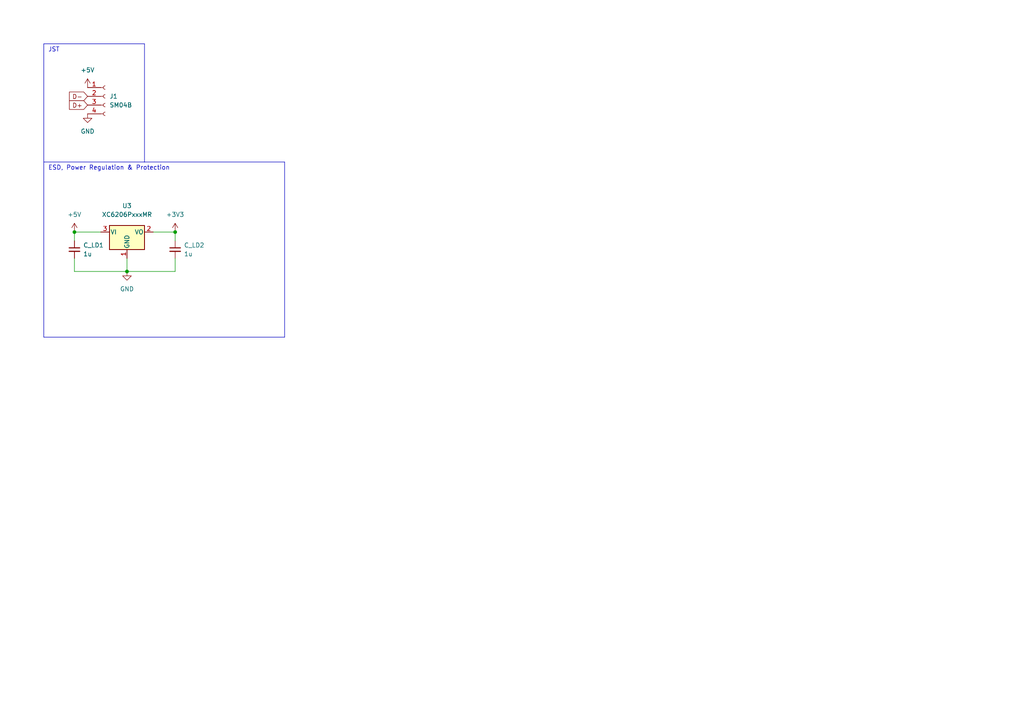
<source format=kicad_sch>
(kicad_sch (version 20230121) (generator eeschema)
  (paper "A4")
  (lib_symbols
    (symbol "Connector:Conn_01x04_Female" (pin_names (offset 1.016) hide)
      (property "Reference" "J" (at 0 5.08 0))
      (property "Value" "Conn_01x04_Female" (at 0 -7.62 0))
      (symbol "Conn_01x04_Female_1_1"
        (arc (start 0 -4.572) (mid -0.5058 -5.08) (end 0 -5.588) (stroke (width 0.1524)))
        (arc (start 0 -2.032) (mid -0.5058 -2.54) (end 0 -3.048) (stroke (width 0.1524)))
        (polyline (pts (xy -1.27 -5.08) (xy -0.508 -5.08)) (stroke (width 0.1524)))
        (polyline (pts (xy -1.27 -2.54) (xy -0.508 -2.54)) (stroke (width 0.1524)))
        (polyline (pts (xy -1.27 0) (xy -0.508 0)) (stroke (width 0.1524)))
        (polyline (pts (xy -1.27 2.54) (xy -0.508 2.54)) (stroke (width 0.1524)))
        (arc (start 0 0.508) (mid -0.5058 0) (end 0 -0.508) (stroke (width 0.1524)))
        (arc (start 0 3.048) (mid -0.5058 2.54) (end 0 2.032) (stroke (width 0.1524)))
        (pin passive line (at -5.08 2.54 0) (length 3.81) (name "Pin_1") (number "1"))
        (pin passive line (at -5.08 0 0) (length 3.81) (name "Pin_2") (number "2"))
        (pin passive line (at -5.08 -2.54 0) (length 3.81) (name "Pin_3") (number "3"))
        (pin passive line (at -5.08 -5.08 0) (length 3.81) (name "Pin_4") (number "4"))
      )
    )
    (symbol "Device:C_Small" (pin_numbers hide) (pin_names (offset 0.254) hide)
      (property "Reference" "C" (at 0.254 1.778 0))
      (property "Value" "C_Small" (at 0.254 -2.032 0))
      (symbol "C_Small_0_1"
        (polyline (pts (xy -1.524 -0.508) (xy 1.524 -0.508)) (stroke (width 0.3302)))
        (polyline (pts (xy -1.524 0.508) (xy 1.524 0.508)) (stroke (width 0.3048)))
      )
      (symbol "C_Small_1_1"
        (pin passive line (at 0 2.54 270) (length 2.032) (name "~") (number "1"))
        (pin passive line (at 0 -2.54 90) (length 2.032) (name "~") (number "2"))
      )
    )
    (symbol "Regulator_Linear:XC6206PxxxMR" (pin_names (offset 0.254))
      (property "Reference" "U" (at -3.81 3.175 0))
      (property "Value" "XC6206PxxxMR" (at 0 3.175 0))
      (symbol "XC6206PxxxMR_0_1"
        (rectangle (start -5.08 1.905) (end 5.08 -5.08) (stroke (width 0.254)) (fill (type background)))
      )
      (symbol "XC6206PxxxMR_1_1"
        (pin power_in line (at 0 -7.62 90) (length 2.54) (name "GND") (number "1"))
        (pin power_out line (at 7.62 0 180) (length 2.54) (name "VO") (number "2"))
        (pin power_in line (at -7.62 0 0) (length 2.54) (name "VI") (number "3"))
      )
    )
    (symbol "power:+3V3" (power) (pin_names (offset 0))
      (property "Value" "+3V3" (at 0 3.556 0))
      (symbol "+3V3_0_1"
        (polyline (pts (xy -0.762 1.27) (xy 0 2.54)))
        (polyline (pts (xy 0 0) (xy 0 2.54)))
        (polyline (pts (xy 0 2.54) (xy 0.762 1.27)))
      )
      (symbol "+3V3_1_1"
        (pin power_in line (at 0 0 90) (length 0) hide (name "+3V3") (number "1"))
      )
    )
    (symbol "power:+5V" (power) (pin_names (offset 0))
      (property "Value" "+5V" (at 0 3.556 0))
      (symbol "+5V_0_1"
        (polyline (pts (xy -0.762 1.27) (xy 0 2.54)))
        (polyline (pts (xy 0 0) (xy 0 2.54)))
        (polyline (pts (xy 0 2.54) (xy 0.762 1.27)))
      )
      (symbol "+5V_1_1"
        (pin power_in line (at 0 0 90) (length 0) hide (name "+5V") (number "1"))
      )
    )
    (symbol "power:GND" (power) (pin_names (offset 0))
      (property "Value" "GND" (at 0 -3.81 0))
      (symbol "GND_0_1"
        (polyline (pts (xy 0 0) (xy 0 -1.27) (xy 1.27 -1.27) (xy 0 -2.54) (xy -1.27 -1.27) (xy 0 -1.27)))
      )
      (symbol "GND_1_1"
        (pin power_in line (at 0 0 270) (length 0) hide (name "GND") (number "1"))
      )
    )
  )
  (junction (at 36.83 78.74))
  (junction (at 21.59 67.31))
  (junction (at 50.8 67.31))
  (polyline (pts (xy 82.55 46.99) (xy 82.55 97.79)))
  (polyline (pts (xy 12.7 46.99) (xy 41.91 46.99)))
  (wire (pts (xy 50.8 74.93) (xy 50.8 78.74)))
  (wire (pts (xy 21.59 67.31) (xy 29.21 67.31)))
  (polyline (pts (xy 12.7 46.99) (xy 12.7 97.79)))
  (wire (pts (xy 36.83 74.93) (xy 36.83 78.74)))
  (wire (pts (xy 44.45 67.31) (xy 50.8 67.31)))
  (polyline (pts (xy 82.55 97.79) (xy 12.7 97.79)))
  (polyline (pts (xy 12.7 12.7) (xy 12.7 46.99)))
  (wire (pts (xy 50.8 69.85) (xy 50.8 67.31)))
  (wire (pts (xy 21.59 74.93) (xy 21.59 78.74)))
  (polyline (pts (xy 12.7 12.7) (xy 41.91 12.7)))
  (wire (pts (xy 36.83 78.74) (xy 50.8 78.74)))
  (polyline (pts (xy 41.91 46.99) (xy 41.91 12.7)))
  (polyline (pts (xy 41.91 46.99) (xy 82.55 46.99)))
  (wire (pts (xy 21.59 78.74) (xy 36.83 78.74)))
  (wire (pts (xy 21.59 67.31) (xy 21.59 69.85)))
  (text "ESD, Power Regulation & Protection\n" (at 13.97 49.53 0) (effects (font (size 1.27 1.27)) (justify left bottom)))
  (text "JST\n" (at 13.97 15.24 0) (effects (font (size 1.27 1.27)) (justify left bottom)))
  (global_label "D-" (shape input) (at 25.4 27.94 180) (property "Intersheetrefs" "${INTERSHEET_REFS}" (effects hide)))
  (global_label "D+" (shape input) (at 25.4 30.48 180) (property "Intersheetrefs" "${INTERSHEET_REFS}" (effects hide)))
  (symbol (lib_id "power:+5V") (at 21.59 67.31 0) (unit 1)
    (property "Reference" "#PWR0123" (effects hide))
    (property "Value" "+5V" (at 21.59 62.23 0))
  )
  (symbol (lib_id "Connector:Conn_01x04_Female") (at 30.48 27.94 0) (unit 1)
    (property "Reference" "J1" (at 31.75 27.9399 0) (effects (justify left)))
    (property "Value" "SM04B" (at 31.75 30.4799 0) (effects (justify left)))
    (property "Footprint" "Connector_JST:JST_SH_SM04B-SRSS-TB_1x04-1MP_P1.00mm_Horizontal" (effects hide))
  )
  (symbol (lib_id "Device:C_Small") (at 21.59 72.39 0) (unit 1)
    (property "Reference" "C_LD1" (at 24.13 71.1262 0) (effects (justify left)))
    (property "Value" "1u" (at 24.13 73.6662 0) (effects (justify left)))
    (property "Footprint" "Capacitor_SMD:C_0402_1005Metric" (effects hide))
  )
  (symbol (lib_id "Device:C_Small") (at 50.8 72.39 0) (unit 1)
    (property "Reference" "C_LD2" (at 53.34 71.1262 0) (effects (justify left)))
    (property "Value" "1u" (at 53.34 73.6662 0) (effects (justify left)))
    (property "Footprint" "Capacitor_SMD:C_0402_1005Metric" (effects hide))
  )
  (symbol (lib_id "power:GND") (at 25.4 33.02 0) (unit 1)
    (property "Reference" "#PWR0125" (effects hide))
    (property "Value" "GND" (at 25.4 38.1 0))
  )
  (symbol (lib_id "power:GND") (at 36.83 78.74 0) (unit 1)
    (property "Reference" "#PWR0120" (effects hide))
    (property "Value" "GND" (at 36.83 83.82 0))
  )
  (symbol (lib_id "power:+3V3") (at 50.8 67.31 0) (unit 1)
    (property "Reference" "#PWR0121" (effects hide))
    (property "Value" "+3V3" (at 50.8 62.23 0))
  )
  (symbol (lib_id "Regulator_Linear:XC6206PxxxMR") (at 36.83 67.31 0) (unit 1)
    (property "Reference" "U3" (at 36.83 59.69 0))
    (property "Value" "XC6206PxxxMR" (at 36.83 62.23 0))
    (property "Footprint" "Package_TO_SOT_SMD:SOT-23" (effects hide))
    (property "Datasheet" "https://www.torexsemi.com/file/xc6206/XC6206.pdf" (effects hide))
  )
  (symbol (lib_id "power:+5V") (at 25.4 25.4 0) (unit 1)
    (property "Reference" "#PWR0126" (effects hide))
    (property "Value" "+5V" (at 25.4 20.32 0))
  )
)
</source>
